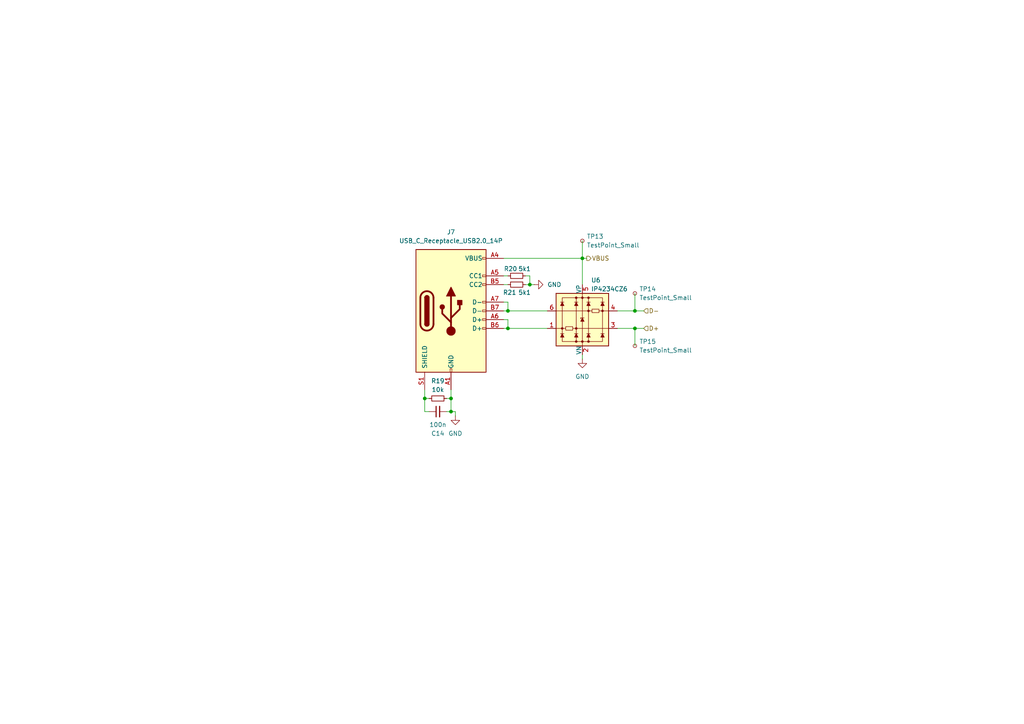
<source format=kicad_sch>
(kicad_sch (version 20250114) (generator "eeschema") (generator_version "9.0")
  (paper "A4")
  (lib_symbols
    (symbol "Connector:TestPoint_Small" (pin_numbers (hide yes)) (pin_names (offset 0.762) (hide yes))
      (property "Reference" "TP" (at 0 3.81 0))
      (property "Value" "TestPoint_Small" (at 0 2.032 0))
      (symbol "TestPoint_Small_0_1"
        (circle (center 0 0) (radius 0.508))
      )
      (symbol "TestPoint_Small_1_1"
        (pin passive line (at 0 0 90) (length 0) (name "1") (number "1"))
      )
    )
    (symbol "Connector:USB_C_Receptacle_USB2.0_14P" (pin_names (offset 1.016))
      (property "Reference" "J" (at 0 22.225 0))
      (property "Value" "USB_C_Receptacle_USB2.0_14P" (at 0 19.685 0))
      (symbol "USB_C_Receptacle_USB2.0_14P_0_0"
        (rectangle (start -0.254 -17.78) (end 0.254 -16.764))
        (rectangle (start 10.16 15.494) (end 9.144 14.986))
        (rectangle (start 10.16 10.414) (end 9.144 9.906))
        (rectangle (start 10.16 7.874) (end 9.144 7.366))
        (rectangle (start 10.16 2.794) (end 9.144 2.286))
        (rectangle (start 10.16 0.254) (end 9.144 -0.254))
        (rectangle (start 10.16 -2.286) (end 9.144 -2.794))
        (rectangle (start 10.16 -4.826) (end 9.144 -5.334))
      )
      (symbol "USB_C_Receptacle_USB2.0_14P_0_1"
        (rectangle (start -10.16 17.78) (end 10.16 -17.78) (stroke (width 0.254)) (fill (type background)))
        (polyline (pts (xy -8.89 -3.81) (xy -8.89 3.81)) (stroke (width 0.508)))
        (rectangle (start -7.62 -3.81) (end -6.35 3.81) (stroke (width 0.254)) (fill (type outline)))
        (arc (start -7.62 3.81) (mid -6.985 4.4423) (end -6.35 3.81) (stroke (width 0.254)))
        (arc (start -7.62 3.81) (mid -6.985 4.4423) (end -6.35 3.81) (stroke (width 0.254)) (fill (type outline)))
        (arc (start -8.89 3.81) (mid -6.985 5.7067) (end -5.08 3.81) (stroke (width 0.508)))
        (arc (start -5.08 -3.81) (mid -6.985 -5.7067) (end -8.89 -3.81) (stroke (width 0.508)))
        (arc (start -6.35 -3.81) (mid -6.985 -4.4423) (end -7.62 -3.81) (stroke (width 0.254)))
        (arc (start -6.35 -3.81) (mid -6.985 -4.4423) (end -7.62 -3.81) (stroke (width 0.254)) (fill (type outline)))
        (polyline (pts (xy -5.08 3.81) (xy -5.08 -3.81)) (stroke (width 0.508)))
        (circle (center -2.54 1.143) (radius 0.635) (stroke (width 0.254)) (fill (type outline)))
        (polyline (pts (xy -1.27 4.318) (xy 0 6.858) (xy 1.27 4.318) (xy -1.27 4.318)) (stroke (width 0.254)) (fill (type outline)))
        (polyline (pts (xy 0 -2.032) (xy 2.54 0.508) (xy 2.54 1.778)) (stroke (width 0.508)))
        (polyline (pts (xy 0 -3.302) (xy -2.54 -0.762) (xy -2.54 0.508)) (stroke (width 0.508)))
        (polyline (pts (xy 0 -5.842) (xy 0 4.318)) (stroke (width 0.508)))
        (circle (center 0 -5.842) (radius 1.27) (fill (type outline)))
        (rectangle (start 1.905 1.778) (end 3.175 3.048) (stroke (width 0.254)) (fill (type outline)))
      )
      (symbol "USB_C_Receptacle_USB2.0_14P_1_1"
        (pin passive line (at -7.62 -22.86 90) (length 5.08) (name "SHIELD") (number "S1"))
        (pin passive line (at 0 -22.86 90) (length 5.08) (name "GND") (number "A1"))
        (pin passive line (at 0 -22.86 90) (length 5.08) (hide yes) (name "GND") (number "A12"))
        (pin passive line (at 0 -22.86 90) (length 5.08) (hide yes) (name "GND") (number "B1"))
        (pin passive line (at 0 -22.86 90) (length 5.08) (hide yes) (name "GND") (number "B12"))
        (pin passive line (at 15.24 15.24 180) (length 5.08) (name "VBUS") (number "A4"))
        (pin passive line (at 15.24 15.24 180) (length 5.08) (hide yes) (name "VBUS") (number "A9"))
        (pin passive line (at 15.24 15.24 180) (length 5.08) (hide yes) (name "VBUS") (number "B4"))
        (pin passive line (at 15.24 15.24 180) (length 5.08) (hide yes) (name "VBUS") (number "B9"))
        (pin bidirectional line (at 15.24 10.16 180) (length 5.08) (name "CC1") (number "A5"))
        (pin bidirectional line (at 15.24 7.62 180) (length 5.08) (name "CC2") (number "B5"))
        (pin bidirectional line (at 15.24 2.54 180) (length 5.08) (name "D-") (number "A7"))
        (pin bidirectional line (at 15.24 0 180) (length 5.08) (name "D-") (number "B7"))
        (pin bidirectional line (at 15.24 -2.54 180) (length 5.08) (name "D+") (number "A6"))
        (pin bidirectional line (at 15.24 -5.08 180) (length 5.08) (name "D+") (number "B6"))
      )
    )
    (symbol "Device:C_Small" (pin_numbers (hide yes)) (pin_names (offset 0.254) (hide yes))
      (property "Reference" "C" (at 0.254 1.778 0))
      (property "Value" "C_Small" (at 0.254 -2.032 0))
      (symbol "C_Small_0_1"
        (polyline (pts (xy -1.524 0.508) (xy 1.524 0.508)) (stroke (width 0.3048)))
        (polyline (pts (xy -1.524 -0.508) (xy 1.524 -0.508)) (stroke (width 0.3302)))
      )
      (symbol "C_Small_1_1"
        (pin passive line (at 0 2.54 270) (length 2.032) (name "~") (number "1"))
        (pin passive line (at 0 -2.54 90) (length 2.032) (name "~") (number "2"))
      )
    )
    (symbol "Device:R_Small" (pin_numbers (hide yes)) (pin_names (offset 0.254) (hide yes))
      (property "Reference" "R" (at 0 0 90))
      (property "Value" "R_Small" (at 1.778 0 90))
      (symbol "R_Small_0_1"
        (rectangle (start -0.762 1.778) (end 0.762 -1.778) (stroke (width 0.2032)))
      )
      (symbol "R_Small_1_1"
        (pin passive line (at 0 2.54 270) (length 0.762) (name "~") (number "1"))
        (pin passive line (at 0 -2.54 90) (length 0.762) (name "~") (number "2"))
      )
    )
    (symbol "Power_Protection:IP4234CZ6" (pin_names (offset 0))
      (property "Reference" "U" (at -6.35 8.89 0))
      (property "Value" "IP4234CZ6" (at 2.794 8.89 0))
      (symbol "IP4234CZ6_0_0"
        (rectangle (start -5.842 6.35) (end 5.842 -6.35))
        (polyline (pts (xy -1.778 -6.35) (xy -1.778 6.35)))
        (polyline (pts (xy 1.778 6.35) (xy 1.778 -6.35)))
      )
      (symbol "IP4234CZ6_0_1"
        (rectangle (start -7.62 7.62) (end 7.62 -7.62) (stroke (width 0.254)) (fill (type background)))
        (polyline (pts (xy -7.62 2.54) (xy 2.794 2.54)))
        (polyline (pts (xy -7.62 -2.54) (xy -4.826 -2.54)))
        (circle (center -5.842 -2.54) (radius 0.2794) (fill (type outline)))
        (polyline (pts (xy -5.334 5.08) (xy -6.35 5.08)))
        (polyline (pts (xy -5.334 -4.064) (xy -6.35 -4.064)))
        (circle (center -1.778 6.35) (radius 0.2794) (fill (type outline)))
        (circle (center -1.778 -2.54) (radius 0.2794) (fill (type outline)))
        (circle (center -1.778 -6.35) (radius 0.2794) (fill (type outline)))
        (polyline (pts (xy -1.27 5.08) (xy -2.286 5.08)))
        (polyline (pts (xy -1.27 -4.064) (xy -2.286 -4.064)))
        (polyline (pts (xy -0.508 0.508) (xy -0.508 0.254)))
        (polyline (pts (xy 0 7.62) (xy 0 -7.62)))
        (circle (center 0 6.35) (radius 0.2794) (fill (type outline)))
        (circle (center 0 -6.35) (radius 0.2794) (fill (type outline)))
        (polyline (pts (xy 0.508 0.508) (xy -0.508 0.508)))
        (circle (center 1.778 6.35) (radius 0.2794) (fill (type outline)))
        (circle (center 1.778 2.54) (radius 0.2794) (fill (type outline)))
        (circle (center 1.778 -6.35) (radius 0.2794) (fill (type outline)))
        (polyline (pts (xy 2.286 5.08) (xy 1.27 5.08)))
        (polyline (pts (xy 2.286 -4.064) (xy 1.27 -4.064)))
        (circle (center 5.842 2.54) (radius 0.2794) (fill (type outline)))
        (polyline (pts (xy 6.35 5.08) (xy 5.334 5.08)))
        (polyline (pts (xy 6.35 -4.064) (xy 5.334 -4.064)))
        (polyline (pts (xy 7.62 2.54) (xy 4.826 2.54)))
        (polyline (pts (xy 7.62 -2.54) (xy -2.794 -2.54)))
      )
      (symbol "IP4234CZ6_1_1"
        (polyline (pts (xy -5.334 4.064) (xy -6.35 4.064) (xy -5.842 5.08) (xy -5.334 4.064)) (fill (type outline)))
        (polyline (pts (xy -5.334 -5.08) (xy -6.35 -5.08) (xy -5.842 -4.064) (xy -5.334 -5.08)) (fill (type outline)))
        (rectangle (start -4.826 -2.032) (end -2.794 -3.048))
        (polyline (pts (xy -1.27 4.064) (xy -2.286 4.064) (xy -1.778 5.08) (xy -1.27 4.064)) (fill (type outline)))
        (polyline (pts (xy -1.27 -5.08) (xy -2.286 -5.08) (xy -1.778 -4.064) (xy -1.27 -5.08)) (fill (type outline)))
        (polyline (pts (xy 0.508 -0.508) (xy -0.508 -0.508) (xy 0 0.508) (xy 0.508 -0.508)) (fill (type outline)))
        (polyline (pts (xy 2.286 4.064) (xy 1.27 4.064) (xy 1.778 5.08) (xy 2.286 4.064)) (fill (type outline)))
        (polyline (pts (xy 2.286 -5.08) (xy 1.27 -5.08) (xy 1.778 -4.064) (xy 2.286 -5.08)) (fill (type outline)))
        (rectangle (start 2.794 3.048) (end 4.826 2.032))
        (polyline (pts (xy 6.35 4.064) (xy 5.334 4.064) (xy 5.842 5.08) (xy 6.35 4.064)) (fill (type outline)))
        (polyline (pts (xy 6.35 -5.08) (xy 5.334 -5.08) (xy 5.842 -4.064) (xy 6.35 -5.08)) (fill (type outline)))
        (pin passive line (at -10.16 2.54 0) (length 2.54) (name "") (number "6"))
        (pin passive line (at -10.16 -2.54 0) (length 2.54) (name "") (number "1"))
        (pin passive line (at 0 10.16 270) (length 2.54) (name "VP") (number "5"))
        (pin passive line (at 0 -10.16 90) (length 2.54) (name "VN") (number "2"))
        (pin passive line (at 10.16 2.54 180) (length 2.54) (name "") (number "4"))
        (pin passive line (at 10.16 -2.54 180) (length 2.54) (name "") (number "3"))
      )
    )
    (symbol "power:GND" (power) (pin_numbers (hide yes)) (pin_names (offset 0) (hide yes))
      (property "Value" "GND" (at 0 -3.81 0))
      (symbol "GND_0_1"
        (polyline (pts (xy 0 0) (xy 0 -1.27) (xy 1.27 -1.27) (xy 0 -2.54) (xy -1.27 -1.27) (xy 0 -1.27)))
      )
      (symbol "GND_1_1"
        (pin power_in line (at 0 0 270) (length 0) (name "~") (number "1"))
      )
    )
  )
  (junction (at 184.15 95.25))
  (junction (at 130.81 115.57))
  (junction (at 130.81 119.38))
  (junction (at 147.32 95.25))
  (junction (at 184.15 90.17))
  (junction (at 168.91 74.93))
  (junction (at 147.32 90.17))
  (junction (at 123.19 115.57))
  (junction (at 153.67 82.55))
  (wire (pts (xy 184.15 95.25) (xy 186.69 95.25)))
  (wire (pts (xy 130.81 119.38) (xy 130.81 115.57)))
  (wire (pts (xy 152.4 82.55) (xy 153.67 82.55)))
  (wire (pts (xy 184.15 95.25) (xy 184.15 100.33)))
  (wire (pts (xy 184.15 90.17) (xy 186.69 90.17)))
  (wire (pts (xy 130.81 115.57) (xy 130.81 113.03)))
  (wire (pts (xy 153.67 82.55) (xy 154.94 82.55)))
  (wire (pts (xy 146.05 92.71) (xy 147.32 92.71)))
  (wire (pts (xy 146.05 95.25) (xy 147.32 95.25)))
  (wire (pts (xy 146.05 90.17) (xy 147.32 90.17)))
  (wire (pts (xy 147.32 95.25) (xy 158.75 95.25)))
  (wire (pts (xy 184.15 85.09) (xy 184.15 90.17)))
  (wire (pts (xy 147.32 92.71) (xy 147.32 95.25)))
  (wire (pts (xy 146.05 87.63) (xy 147.32 87.63)))
  (wire (pts (xy 129.54 119.38) (xy 130.81 119.38)))
  (wire (pts (xy 153.67 82.55) (xy 153.67 80.01)))
  (wire (pts (xy 147.32 90.17) (xy 158.75 90.17)))
  (wire (pts (xy 179.07 95.25) (xy 184.15 95.25)))
  (wire (pts (xy 146.05 74.93) (xy 168.91 74.93)))
  (wire (pts (xy 168.91 102.87) (xy 168.91 104.14)))
  (wire (pts (xy 147.32 90.17) (xy 147.32 87.63)))
  (wire (pts (xy 168.91 74.93) (xy 168.91 82.55)))
  (wire (pts (xy 168.91 74.93) (xy 170.18 74.93)))
  (wire (pts (xy 146.05 80.01) (xy 147.32 80.01)))
  (wire (pts (xy 146.05 82.55) (xy 147.32 82.55)))
  (wire (pts (xy 132.08 120.65) (xy 132.08 119.38)))
  (wire (pts (xy 153.67 80.01) (xy 152.4 80.01)))
  (wire (pts (xy 168.91 69.85) (xy 168.91 74.93)))
  (wire (pts (xy 123.19 115.57) (xy 124.46 115.57)))
  (wire (pts (xy 123.19 119.38) (xy 124.46 119.38)))
  (wire (pts (xy 130.81 119.38) (xy 132.08 119.38)))
  (wire (pts (xy 129.54 115.57) (xy 130.81 115.57)))
  (wire (pts (xy 123.19 115.57) (xy 123.19 119.38)))
  (wire (pts (xy 123.19 113.03) (xy 123.19 115.57)))
  (wire (pts (xy 179.07 90.17) (xy 184.15 90.17)))
  (hierarchical_label "D-" (shape input) (at 186.69 90.17 0))
  (hierarchical_label "D+" (shape input) (at 186.69 95.25 0))
  (hierarchical_label "VBUS" (shape output) (at 170.18 74.93 0))
  (symbol (lib_id "Device:R_Small") (at 127 115.57 90) (unit 1)
    (property "Reference" "R16" (at 127 110.49 90))
    (property "Value" "10k" (at 127 113.03 90))
    (property "Footprint" "Resistor_SMD:R_0603_1608Metric" (effects (hide yes)))
    (property "Description" "Resistor, small symbol" (effects (hide yes)))
    (instances (project "UWBkit_sniffer" (path "" (reference "R19") (unit 1)) (path "" (reference "R16") (unit 1))))
  )
  (symbol (lib_id "power:GND") (at 168.91 104.14 0) (unit 1)
    (property "Reference" "#PWR027" (effects (hide yes)))
    (property "Value" "GND" (at 168.91 109.22 0))
    (property "Description" "Power symbol creates a global label with name \"GND\" , ground" (effects (hide yes)))
    (instances (project "UWBkit_sniffer" (path "" (reference "#PWR031") (unit 1)) (path "" (reference "#PWR027") (unit 1))))
  )
  (symbol (lib_id "Device:R_Small") (at 149.86 80.01 90) (unit 1)
    (property "Reference" "R17" (at 148.082 77.978 90))
    (property "Value" "5k1" (at 152.146 77.978 90))
    (property "Footprint" "Resistor_SMD:R_0603_1608Metric" (effects (hide yes)))
    (property "Description" "Resistor, small symbol" (effects (hide yes)))
    (instances (project "UWBkit_sniffer" (path "" (reference "R20") (unit 1)) (path "" (reference "R17") (unit 1))))
  )
  (symbol (lib_id "Connector:TestPoint_Small") (at 184.15 85.09 0) (unit 1) (in_bom no)
    (property "Reference" "TP11" (at 185.42 83.8199 0) (effects (justify left)))
    (property "Value" "TestPoint_Small" (at 185.42 86.3599 0) (effects (justify left)))
    (property "Footprint" "TestPoint:TestPoint_Pad_D1.0mm" (effects (hide yes)))
    (property "Description" "test point" (effects (hide yes)))
    (instances (project "UWBkit_sniffer" (path "" (reference "TP14") (unit 1)) (path "" (reference "TP11") (unit 1))))
  )
  (symbol (lib_id "Connector:USB_C_Receptacle_USB2.0_14P") (at 130.81 90.17 0) (unit 1)
    (property "Reference" "J6" (at 130.81 67.31 0))
    (property "Value" "USB_C_Receptacle_USB2.0_14P" (at 130.81 69.85 0))
    (property "Footprint" "Connector_USB:USB_C_Receptacle_GCT_USB4105-xx-A_16P_TopMnt_Horizontal" (effects (hide yes)))
    (property "Datasheet" "https://www.usb.org/sites/default/files/documents/usb_type-c.zip" (effects (hide yes)))
    (property "Description" "USB 2.0-only 14P Type-C Receptacle connector" (effects (hide yes)))
    (property "Link" "mouser.com/ProductDetail/GCT/USB4105-GF-A-060?qs=QNEnbhJQKvY2mocwNJzgfA%3D%3D" (effects (hide yes)))
    (instances (project "UWBkit_sniffer" (path "" (reference "J7") (unit 1)) (path "" (reference "J6") (unit 1))))
  )
  (symbol (lib_id "Power_Protection:IP4234CZ6") (at 168.91 92.71 0) (unit 1)
    (property "Reference" "U5" (at 171.45 81.28 0) (effects (justify left)))
    (property "Value" "IP4234CZ6" (at 171.45 83.82 0) (effects (justify left)))
    (property "Footprint" "Package_TO_SOT_SMD:SC-74-6_1.55x2.9mm_P0.95mm" (effects (hide yes)))
    (property "Datasheet" "https://assets.nexperia.com/documents/data-sheet/IP4234CZ6.pdf" (effects (hide yes)))
    (property "Description" "ESD Protection, 2 channel, USB 2.0 to IEC 61000-4-2 level 4, 5.5V, SOT457 (SC-74-6)" (effects (hide yes)))
    (instances (project "UWBkit_sniffer" (path "" (reference "U6") (unit 1)) (path "" (reference "U5") (unit 1))))
  )
  (symbol (lib_id "Connector:TestPoint_Small") (at 184.15 100.33 0) (unit 1) (in_bom no)
    (property "Reference" "TP12" (at 185.42 99.0599 0) (effects (justify left)))
    (property "Value" "TestPoint_Small" (at 185.42 101.5999 0) (effects (justify left)))
    (property "Footprint" "TestPoint:TestPoint_Pad_D1.0mm" (effects (hide yes)))
    (property "Description" "test point" (effects (hide yes)))
    (instances (project "UWBkit_sniffer" (path "" (reference "TP15") (unit 1)) (path "" (reference "TP12") (unit 1))))
  )
  (symbol (lib_id "power:GND") (at 132.08 120.65 0) (unit 1)
    (property "Reference" "#PWR024" (effects (hide yes)))
    (property "Value" "GND" (at 132.08 125.73 0))
    (property "Description" "Power symbol creates a global label with name \"GND\" , ground" (effects (hide yes)))
    (instances (project "UWBkit_sniffer" (path "" (reference "#PWR026") (unit 1)) (path "" (reference "#PWR024") (unit 1))))
  )
  (symbol (lib_id "Device:C_Small") (at 127 119.38 90) (mirror x) (unit 1)
    (property "Reference" "C13" (at 127.0063 125.73 90))
    (property "Value" "100n" (at 127.0063 123.19 90))
    (property "Footprint" "Capacitor_SMD:C_0603_1608Metric" (effects (hide yes)))
    (property "Description" "Unpolarized capacitor, small symbol" (effects (hide yes)))
    (instances (project "UWBkit_sniffer" (path "" (reference "C14") (unit 1)) (path "" (reference "C13") (unit 1))))
  )
  (symbol (lib_id "Device:R_Small") (at 149.86 82.55 90) (mirror x) (unit 1)
    (property "Reference" "R18" (at 147.828 84.836 90))
    (property "Value" "5k1" (at 152.146 84.836 90))
    (property "Footprint" "Resistor_SMD:R_0603_1608Metric" (effects (hide yes)))
    (property "Description" "Resistor, small symbol" (effects (hide yes)))
    (instances (project "UWBkit_sniffer" (path "" (reference "R21") (unit 1)) (path "" (reference "R18") (unit 1))))
  )
  (symbol (lib_id "Connector:TestPoint_Small") (at 168.91 69.85 0) (unit 1) (in_bom no)
    (property "Reference" "TP10" (at 170.18 68.5799 0) (effects (justify left)))
    (property "Value" "TestPoint_Small" (at 170.18 71.1199 0) (effects (justify left)))
    (property "Footprint" "TestPoint:TestPoint_Pad_D1.0mm" (effects (hide yes)))
    (property "Description" "test point" (effects (hide yes)))
    (instances (project "UWBkit_sniffer" (path "" (reference "TP13") (unit 1)) (path "" (reference "TP10") (unit 1))))
  )
  (symbol (lib_id "power:GND") (at 154.94 82.55 90) (unit 1)
    (property "Reference" "#PWR025" (effects (hide yes)))
    (property "Value" "GND" (at 158.75 82.5499 90) (effects (justify right)))
    (property "Description" "Power symbol creates a global label with name \"GND\" , ground" (effects (hide yes)))
    (instances (project "UWBkit_sniffer" (path "" (reference "#PWR029") (unit 1)) (path "" (reference "#PWR025") (unit 1))))
  )
)
</source>
